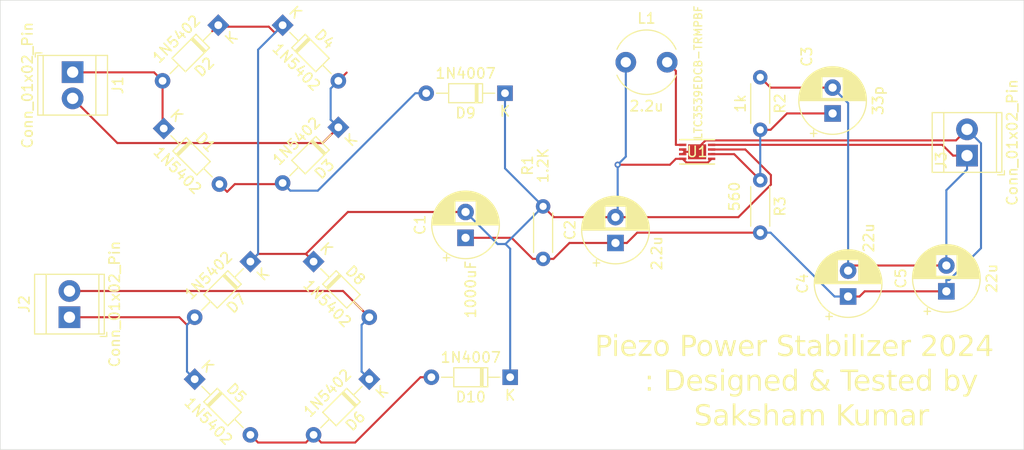
<source format=kicad_pcb>
(kicad_pcb (version 20240108) (generator "pcbnew") (generator_version "8.0")
  (layers (0 "F.Cu" signal) (31 "B.Cu" signal) (34 "B.Paste" user) (35 "F.Paste" user) (36 "B.SilkS" user "B.Silkscreen") (37 "F.SilkS" user "F.Silkscreen") (38 "B.Mask" user) (39 "F.Mask" user) (44 "Edge.Cuts" user))
  (net 0 "")
  (net 1 "GND")
  (net 2 "Net-(D10-K)")
  (net 3 "Net-(U1-FB)")
  (net 4 "Net-(J3-Pin_1)")
  (net 5 "Net-(D1-A)")
  (net 6 "Net-(D1-K)")
  (net 7 "Net-(D3-K)")
  (net 8 "Net-(D5-K)")
  (net 9 "Net-(D10-A)")
  (net 10 "Net-(D6-K)")
  (net 11 "Net-(U1-SW)")
  (footprint "TerminalBlock_TE-Connectivity:TerminalBlock_TE_282834-2_1x02_P2.54mm_Horizontal" (layer "F.Cu") (at 201.5 71.54 90)
    (property "Reference" "J3" (at -0.46 -2.5 90) (layer "F.SilkS"))
    (property "Value" "Conn_01x02_Pin" (at 1.27 4.37 90) (layer "F.SilkS"))
    (pad "1" thru_hole rect (at 0 0 90) (size 2.1 2.1) (drill 1.1) (layers "*.Cu" "*.Mask") (net 4 "Net-(J3-Pin_1)"))
    (pad "2" thru_hole circle (at 2.54 0 90) (size 2.1 2.1) (drill 1.1) (layers "*.Cu" "*.Mask") (net 1 "GND"))
  )
  (footprint "Diode_THT:D_DO-34_SOD68_P7.62mm_Horizontal" (layer "F.Cu") (at 132.1905 81.8024 -135)
    (property "Reference" "D7" (at 3.81 -1.92 45) (layer "F.SilkS"))
    (property "Value" "1N5402" (at 3.81 1.92 45) (layer "F.SilkS"))
    (fp_text user "K" (at 0 -1.75 45) (layer "F.SilkS"))
    (pad "1" thru_hole rect (at 0 0 225) (size 1.5 1.5) (drill 0.75) (layers "*.Cu" "*.Mask") (net 2 "Net-(D10-K)"))
    (pad "2" thru_hole oval (at 7.62 0 225) (size 1.5 1.5) (drill 0.75) (layers "*.Cu" "*.Mask") (net 8 "Net-(D5-K)"))
  )
  (footprint "Resistor_THT:R_Axial_DIN0204_L3.6mm_D1.6mm_P5.08mm_Horizontal" (layer "F.Cu") (at 181.5 63.96 -90)
    (property "Reference" "R2" (at 2.54 -1.92 90) (layer "F.SilkS"))
    (property "Value" "1k" (at 2.54 1.92 90) (layer "F.SilkS"))
    (pad "1" thru_hole circle (at 0 0 270) (size 1.4 1.4) (drill 0.7) (layers "*.Cu" "*.Mask") (net 4 "Net-(J3-Pin_1)"))
    (pad "2" thru_hole oval (at 5.08 0 270) (size 1.4 1.4) (drill 0.7) (layers "*.Cu" "*.Mask") (net 3 "Net-(U1-FB)"))
  )
  (footprint "Diode_THT:D_DO-34_SOD68_P7.62mm_Horizontal" (layer "F.Cu") (at 126.8024 93.1905 -45)
    (property "Reference" "D5" (at 3.81 -1.92 135) (layer "F.SilkS"))
    (property "Value" "1N5402" (at 3.81 1.92 135) (layer "F.SilkS"))
    (fp_text user "K" (at 0 -1.75 135) (layer "F.SilkS"))
    (pad "1" thru_hole rect (at 0 0 315) (size 1.5 1.5) (drill 0.75) (layers "*.Cu" "*.Mask") (net 8 "Net-(D5-K)"))
    (pad "2" thru_hole oval (at 7.62 0 315) (size 1.5 1.5) (drill 0.75) (layers "*.Cu" "*.Mask") (net 9 "Net-(D10-A)"))
  )
  (footprint "Inductor_THT:L_Radial_D6.0mm_P4.00mm" (layer "F.Cu") (at 168.5 62.5)
    (property "Reference" "L1" (at 2 -4.25 0) (layer "F.SilkS"))
    (property "Value" "2.2u" (at 2 4.25 0) (layer "F.SilkS"))
    (pad "1" thru_hole circle (at 0 0) (size 2 2) (drill 1) (layers "*.Cu" "*.Mask") (net 2 "Net-(D10-K)"))
    (pad "2" thru_hole circle (at 4 0) (size 2 2) (drill 1) (layers "*.Cu" "*.Mask") (net 11 "Net-(U1-SW)"))
  )
  (footprint "Capacitor_THT:CP_Radial_D6.3mm_P2.50mm" (layer "F.Cu") (at 190 85.1824 90)
    (property "Reference" "C4" (at 1.25 -4.4 90) (layer "F.SilkS"))
    (property "Value" "22u" (at 5.6824 2 90) (layer "F.SilkS"))
    (pad "1" thru_hole rect (at 0 0 90) (size 1.6 1.6) (drill 0.8) (layers "*.Cu" "*.Mask") (net 1 "GND"))
    (pad "2" thru_hole circle (at 2.5 0 90) (size 1.6 1.6) (drill 0.8) (layers "*.Cu" "*.Mask") (net 4 "Net-(J3-Pin_1)"))
  )
  (footprint "Capacitor_THT:CP_Radial_D6.3mm_P2.50mm" (layer "F.Cu") (at 188.5 67.46 90)
    (property "Reference" "C3" (at 5.5 -2.5 90) (layer "F.SilkS"))
    (property "Value" "33p" (at 1.25 4.4 90) (layer "F.SilkS"))
    (pad "1" thru_hole rect (at 0 0 90) (size 1.6 1.6) (drill 0.8) (layers "*.Cu" "*.Mask") (net 3 "Net-(U1-FB)"))
    (pad "2" thru_hole circle (at 2.5 0 90) (size 1.6 1.6) (drill 0.8) (layers "*.Cu" "*.Mask") (net 4 "Net-(J3-Pin_1)"))
  )
  (footprint "Capacitor_THT:CP_Radial_D6.3mm_P2.50mm" (layer "F.Cu") (at 167.5 80 90)
    (property "Reference" "C2" (at 1.25 -4.4 90) (layer "F.SilkS"))
    (property "Value" "2.2u" (at -1 4 90) (layer "F.SilkS"))
    (pad "1" thru_hole rect (at 0 0 90) (size 1.6 1.6) (drill 0.8) (layers "*.Cu" "*.Mask") (net 1 "GND"))
    (pad "2" thru_hole circle (at 2.5 0 90) (size 1.6 1.6) (drill 0.8) (layers "*.Cu" "*.Mask") (net 2 "Net-(D10-K)"))
  )
  (footprint "Capacitor_THT:CP_Radial_D6.3mm_P2.50mm" (layer "F.Cu") (at 199.5 84.6824 90)
    (property "Reference" "C5" (at 1.25 -4.4 90) (layer "F.SilkS"))
    (property "Value" "22u" (at 1.25 4.4 90) (layer "F.SilkS"))
    (pad "1" thru_hole rect (at 0 0 90) (size 1.6 1.6) (drill 0.8) (layers "*.Cu" "*.Mask") (net 1 "GND"))
    (pad "2" thru_hole circle (at 2.5 0 90) (size 1.6 1.6) (drill 0.8) (layers "*.Cu" "*.Mask") (net 4 "Net-(J3-Pin_1)"))
  )
  (footprint "Diode_THT:D_DO-34_SOD68_P7.62mm_Horizontal" (layer "F.Cu") (at 140.6976 68.8024 -135)
    (property "Reference" "D3" (at 3.81 -1.92 45) (layer "F.SilkS"))
    (property "Value" "1N5402" (at 3.81 1.92 45) (layer "F.SilkS"))
    (fp_text user "K" (at 0 -1.75 45) (layer "F.SilkS"))
    (pad "1" thru_hole rect (at 0 0 225) (size 1.5 1.5) (drill 0.75) (layers "*.Cu" "*.Mask") (net 7 "Net-(D3-K)"))
    (pad "2" thru_hole oval (at 7.62 0 225) (size 1.5 1.5) (drill 0.75) (layers "*.Cu" "*.Mask") (net 5 "Net-(D1-A)"))
  )
  (footprint "Diode_THT:D_DO-34_SOD68_P7.62mm_Horizontal" (layer "F.Cu") (at 138.3024 81.8024 -45)
    (property "Reference" "D8" (at 3.81 -1.92 135) (layer "F.SilkS"))
    (property "Value" "1N5402" (at 3.81 1.92 135) (layer "F.SilkS"))
    (fp_text user "K" (at 0 -1.75 135) (layer "F.SilkS"))
    (pad "1" thru_hole rect (at 0 0 315) (size 1.5 1.5) (drill 0.75) (layers "*.Cu" "*.Mask") (net 2 "Net-(D10-K)"))
    (pad "2" thru_hole oval (at 7.62 0 315) (size 1.5 1.5) (drill 0.75) (layers "*.Cu" "*.Mask") (net 10 "Net-(D6-K)"))
  )
  (footprint "Diode_THT:D_DO-34_SOD68_P7.62mm_Horizontal" (layer "F.Cu") (at 123.8095 68.9142 -45)
    (property "Reference" "D1" (at 3.81 -1.92 135) (layer "F.SilkS"))
    (property "Value" "1N5402" (at 3.81 1.92 135) (layer "F.SilkS"))
    (fp_text user "K" (at 0 -1.75 135) (layer "F.SilkS"))
    (pad "1" thru_hole rect (at 0 0 315) (size 1.5 1.5) (drill 0.75) (layers "*.Cu" "*.Mask") (net 6 "Net-(D1-K)"))
    (pad "2" thru_hole oval (at 7.62 0 315) (size 1.5 1.5) (drill 0.75) (layers "*.Cu" "*.Mask") (net 5 "Net-(D1-A)"))
  )
  (footprint "Capacitor_THT:CP_Radial_D6.3mm_P2.50mm" (layer "F.Cu") (at 153 79.5 90)
    (property "Reference" "C1" (at 1.25 -4.4 90) (layer "F.SilkS"))
    (property "Value" "1000uF" (at -5 0.5 90) (layer "F.SilkS"))
    (pad "1" thru_hole rect (at 0 0 90) (size 1.6 1.6) (drill 0.8) (layers "*.Cu" "*.Mask") (net 1 "GND"))
    (pad "2" thru_hole circle (at 2.5 0 90) (size 1.6 1.6) (drill 0.8) (layers "*.Cu" "*.Mask") (net 2 "Net-(D10-K)"))
  )
  (footprint "Diode_THT:D_DO-34_SOD68_P7.62mm_Horizontal" (layer "F.Cu") (at 157.315 93 180)
    (property "Reference" "D10" (at 3.81 -1.92 0) (layer "F.SilkS"))
    (property "Value" "1N4007" (at 3.81 1.92 0) (layer "F.SilkS"))
    (fp_text user "K" (at 0 -1.75 0) (layer "F.SilkS"))
    (pad "1" thru_hole rect (at 0 0 180) (size 1.5 1.5) (drill 0.75) (layers "*.Cu" "*.Mask") (net 2 "Net-(D10-K)"))
    (pad "2" thru_hole oval (at 7.62 0 180) (size 1.5 1.5) (drill 0.75) (layers "*.Cu" "*.Mask") (net 9 "Net-(D10-A)"))
  )
  (footprint "Diode_THT:D_DO-34_SOD68_P7.62mm_Horizontal" (layer "F.Cu") (at 135.3095 58.9142 -45)
    (property "Reference" "D4" (at 3.81 -1.92 135) (layer "F.SilkS"))
    (property "Value" "1N5402" (at 3.81 1.92 135) (layer "F.SilkS"))
    (fp_text user "K" (at 0 -1.75 135) (layer "F.SilkS"))
    (pad "1" thru_hole rect (at 0 0 315) (size 1.5 1.5) (drill 0.75) (layers "*.Cu" "*.Mask") (net 2 "Net-(D10-K)"))
    (pad "2" thru_hole oval (at 7.62 0 315) (size 1.5 1.5) (drill 0.75) (layers "*.Cu" "*.Mask") (net 7 "Net-(D3-K)"))
  )
  (footprint "Resistor_THT:R_Axial_DIN0204_L3.6mm_D1.6mm_P5.08mm_Horizontal" (layer "F.Cu") (at 181.5 73.92 -90)
    (property "Reference" "R3" (at 2.54 -1.92 90) (layer "F.SilkS"))
    (property "Value" "560" (at 1.58 2.5 90) (layer "F.SilkS"))
    (pad "1" thru_hole circle (at 0 0 270) (size 1.4 1.4) (drill 0.7) (layers "*.Cu" "*.Mask") (net 3 "Net-(U1-FB)"))
    (pad "2" thru_hole oval (at 5.08 0 270) (size 1.4 1.4) (drill 0.7) (layers "*.Cu" "*.Mask") (net 1 "GND"))
  )
  (footprint "Diode_THT:D_DO-34_SOD68_P7.62mm_Horizontal" (layer "F.Cu") (at 129.0858 58.9142 -135)
    (property "Reference" "D2" (at 3.81 -1.919999 45) (layer "F.SilkS"))
    (property "Value" "1N5402" (at 3.809999 1.919999 45) (layer "F.SilkS"))
    (fp_text user "K" (at -0.024158 -1.771027 45) (layer "F.SilkS"))
    (pad "1" thru_hole rect (at 0 0 225) (size 1.5 1.5) (drill 0.75) (layers "*.Cu" "*.Mask") (net 2 "Net-(D10-K)"))
    (pad "2" thru_hole oval (at 7.619999 0 225) (size 1.5 1.5) (drill 0.75) (layers "*.Cu" "*.Mask") (net 6 "Net-(D1-K)"))
  )
  (footprint "TerminalBlock_TE-Connectivity:TerminalBlock_TE_282834-2_1x02_P2.54mm_Horizontal" (layer "F.Cu") (at 114.6905 87.1905 90)
    (property "Reference" "J2" (at 1.27 -4.37 90) (layer "F.SilkS"))
    (property "Value" "Conn_01x02_Pin" (at 1.27 4.37 90) (layer "F.SilkS"))
    (pad "1" thru_hole rect (at 0 0 90) (size 2.1 2.1) (drill 1.1) (layers "*.Cu" "*.Mask") (net 8 "Net-(D5-K)"))
    (pad "2" thru_hole circle (at 2.54 0 90) (size 2.1 2.1) (drill 1.1) (layers "*.Cu" "*.Mask") (net 10 "Net-(D6-K)"))
  )
  (footprint "Diode_THT:D_DO-34_SOD68_P7.62mm_Horizontal" (layer "F.Cu") (at 156.815 65.5 180)
    (property "Reference" "D9" (at 3.81 -1.92 0) (layer "F.SilkS"))
    (property "Value" "1N4007" (at 3.81 1.92 0) (layer "F.SilkS"))
    (fp_text user "K" (at 0 -1.75 0) (layer "F.SilkS"))
    (pad "1" thru_hole rect (at 0 0 180) (size 1.5 1.5) (drill 0.75) (layers "*.Cu" "*.Mask") (net 2 "Net-(D10-K)"))
    (pad "2" thru_hole oval (at 7.62 0 180) (size 1.5 1.5) (drill 0.75) (layers "*.Cu" "*.Mask") (net 5 "Net-(D1-A)"))
  )
  (footprint "TerminalBlock_TE-Connectivity:TerminalBlock_TE_282834-2_1x02_P2.54mm_Horizontal" (layer "F.Cu") (at 115 63.46 -90)
    (property "Reference" "J1" (at 1.27 -4.37 90) (layer "F.SilkS"))
    (property "Value" "Conn_01x02_Pin" (at 1.27 4.37 90) (layer "F.SilkS"))
    (pad "1" thru_hole rect (at 0 0 270) (size 2.1 2.1) (drill 1.1) (layers "*.Cu" "*.Mask") (net 6 "Net-(D1-K)"))
    (pad "2" thru_hole circle (at 2.54 0 270) (size 2.1 2.1) (drill 1.1) (layers "*.Cu" "*.Mask") (net 7 "Net-(D3-K)"))
  )
  (footprint "Diode_THT:D_DO-34_SOD68_P7.62mm_Horizontal" (layer "F.Cu") (at 143.6905 93.1905 -135)
    (property "Reference" "D6" (at 3.81 -1.92 45) (layer "F.SilkS"))
    (property "Value" "1N5402" (at 3.81 1.92 45) (layer "F.SilkS"))
    (fp_text user "K" (at 0 -1.75 45) (layer "F.SilkS"))
    (pad "1" thru_hole rect (at 0 0 225) (size 1.5 1.5) (drill 0.75) (layers "*.Cu" "*.Mask") (net 10 "Net-(D6-K)"))
    (pad "2" thru_hole oval (at 7.62 0 225) (size 1.5 1.5) (drill 0.75) (layers "*.Cu" "*.Mask") (net 9 "Net-(D10-A)"))
  )
  (footprint "footprints:DFN-8_DCB_LIT-L" (layer "F.Cu") (at 175.397 71.175)
    (property "Reference" "U1" (at 0 0 0) (layer "F.SilkS"))
    (property "Value" "LTC3539EDCB-TRMPBF" (at 0.103 -7.675 90) (layer "F.SilkS") (effects (font (size 0.75 0.75) (thickness 0.125))))
    (pad "1" smd rect (at -1.397 -0.675) (size 0.7112 0.2286) (layers "F.Cu" "F.Paste" "F.Mask") (net 11 "Net-(U1-SW)"))
    (pad "2" smd rect (at -1.397 -0.225001) (size 0.7112 0.2286) (layers "F.Cu" "F.Paste" "F.Mask") (net 1 "GND"))
    (pad "3" smd rect (at -1.397 0.225001) (size 0.7112 0.2286) (layers "F.Cu" "F.Paste" "F.Mask") (net 1 "GND"))
    (pad "4" smd rect (at -1.397 0.675) (size 0.7112 0.2286) (layers "F.Cu" "F.Paste" "F.Mask") (net 2 "Net-(D10-K)"))
    (pad "5" smd rect (at 1.397 0.675) (size 0.7112 0.2286) (layers "F.Cu" "F.Paste" "F.Mask") (net 2 "Net-(D10-K)"))
    (pad "6" smd rect (at 1.397 0.225001) (size 0.7112 0.2286) (layers "F.Cu" "F.Paste" "F.Mask") (net 3 "Net-(U1-FB)"))
    (pad "7" smd rect (at 1.397 -0.225001) (size 0.7112 0.2286) (layers "F.Cu" "F.Paste" "F.Mask") (net 2 "Net-(D10-K)"))
    (pad "8" smd rect (at 1.397 -0.675) (size 0.7112 0.2286) (layers "F.Cu" "F.Paste" "F.Mask") (net 4 "Net-(J3-Pin_1)"))
    (pad "9" smd rect (at 0 0) (size 1.7526 1.4478) (layers "F.Cu" "F.Paste" "F.Mask") (net 1 "GND"))
  )
  (footprint "Resistor_THT:R_Axial_DIN0204_L3.6mm_D1.6mm_P5.08mm_Horizontal" (layer "F.Cu") (at 160.5 76.46 -90)
    (property "Reference" "R1" (at -3.96 1.5 90) (layer "F.SilkS"))
    (property "Value" "1.2K" (at -3.96 0 90) (layer "F.SilkS"))
    (pad "1" thru_hole circle (at 0 0 270) (size 1.4 1.4) (drill 0.7) (layers "*.Cu" "*.Mask") (net 2 "Net-(D10-K)"))
    (pad "2" thru_hole oval (at 5.08 0 270) (size 1.4 1.4) (drill 0.7) (layers "*.Cu" "*.Mask") (net 1 "GND"))
  )
  (gr_rect (start 108 56.5) (end 207 100) (stroke (width 0.05)) (fill none) (layer "Edge.Cuts"))
  (gr_text "Piezo Power Stabilizer 2024\n	: Designed & Tested by\n		Saksham Kumar" (at 165.5 98 0) (layer "F.SilkS") (effects (font (size 2 2)) (justify left bottom)))
  (segment (start 168.6017 80) (end 169.6017 79) (width 0.2) (layer "F.Cu") (net 1))
  (segment (start 169.6017 79) (end 181.5 79) (width 0.2) (layer "F.Cu") (net 1))
  (segment (start 157.4583 79.5) (end 159.4983 81.54) (width 0.2) (layer "F.Cu") (net 1))
  (segment (start 167.5 80) (end 163.0417 80) (width 0.2) (layer "F.Cu") (net 1))
  (segment (start 160.5 81.54) (end 159.4983 81.54) (width 0.2) (layer "F.Cu") (net 1))
  (segment (start 175.1025 71.175) (end 174.808 71.175) (width 0.2) (layer "F.Cu") (net 1))
  (segment (start 200.43 70.07) (end 201.5 69) (width 0.2) (layer "F.Cu") (net 1))
  (segment (start 176.2075 70.07) (end 200.43 70.07) (width 0.2) (layer "F.Cu") (net 1))
  (segment (start 160.5 81.54) (end 161.5017 81.54) (width 0.2) (layer "F.Cu") (net 1))
  (segment (start 153 79.5) (end 157.4583 79.5) (width 0.2) (layer "F.Cu") (net 1))
  (segment (start 167.5 80) (end 168.6017 80) (width 0.2) (layer "F.Cu") (net 1))
  (segment (start 174.808 71.175) (end 174.225 71.175) (width 0.2) (layer "F.Cu") (net 1))
  (segment (start 163.0417 80) (end 161.5017 81.54) (width 0.2) (layer "F.Cu") (net 1))
  (segment (start 175.397 71.175) (end 175.1025 71.175) (width 0.2) (layer "F.Cu") (net 1))
  (segment (start 174.225 71.175) (end 174 70.95) (width 0.2) (layer "F.Cu") (net 1))
  (segment (start 199.5 84.6824) (end 191.6017 84.6824) (width 0.2) (layer "F.Cu") (net 1))
  (segment (start 174.219 71.181) (end 174 71.4) (width 0.2) (layer "F.Cu") (net 1))
  (segment (start 190 85.1824) (end 191.1017 85.1824) (width 0.2) (layer "F.Cu") (net 1))
  (segment (start 174.225 71.175) (end 174.219 71.175) (width 0.2) (layer "F.Cu") (net 1))
  (segment (start 175.1025 71.175) (end 176.2075 70.07) (width 0.2) (layer "F.Cu") (net 1))
  (segment (start 191.6017 84.6824) (end 191.1017 85.1824) (width 0.2) (layer "F.Cu") (net 1))
  (segment (start 174.219 71.175) (end 174.219 71.181) (width 0.2) (layer "F.Cu") (net 1))
  (segment (start 181.5 79) (end 182.5017 79) (width 0.2) (layer "B.Cu") (net 1))
  (segment (start 182.5017 79) (end 188.6841 85.1824) (width 0.2) (layer "B.Cu") (net 1))
  (segment (start 202.8517 80.5044) (end 202.8517 70.3517) (width 0.2) (layer "B.Cu") (net 1))
  (segment (start 188.6841 85.1824) (end 190 85.1824) (width 0.2) (layer "B.Cu") (net 1))
  (segment (start 199.5 84.6824) (end 199.5 83.5807) (width 0.2) (layer "B.Cu") (net 1))
  (segment (start 202.8517 70.3517) (end 201.5 69) (width 0.2) (layer "B.Cu") (net 1))
  (segment (start 199.5 83.5807) (end 199.7754 83.5807) (width 0.2) (layer "B.Cu") (net 1))
  (segment (start 199.7754 83.5807) (end 202.8517 80.5044) (width 0.2) (layer "B.Cu") (net 1))
  (segment (start 137.5587 81.0587) (end 132.9342 81.0587) (width 0.2) (layer "F.Cu") (net 2))
  (segment (start 176.4338 72.2102) (end 176.794 71.85) (width 0.2) (layer "F.Cu") (net 2))
  (segment (start 161.54 77.5) (end 160.5 76.46) (width 0.2) (layer "F.Cu") (net 2))
  (segment (start 180.0598 70.95) (end 176.794 70.95) (width 0.2) (layer "F.Cu") (net 2))
  (segment (start 174.3602 72.2102) (end 176.4338 72.2102) (width 0.2) (layer "F.Cu") (net 2))
  (segment (start 129.086 58.9142) (end 128.793 59.2071) (width 0.2) (layer "F.Cu") (net 2))
  (segment (start 129.0858 59.0606) (end 133.9685 59.0606) (width 0.2) (layer "F.Cu") (net 2))
  (segment (start 179.3866 77.5) (end 182.53 74.3566) (width 0.2) (layer "F.Cu") (net 2))
  (segment (start 182.53 73.4202) (end 180.0598 70.95) (width 0.2) (layer "F.Cu") (net 2))
  (segment (start 141.6174 77) (end 153 77) (width 0.2) (layer "F.Cu") (net 2))
  (segment (start 138.3024 81.8024) (end 137.5587 81.0587) (width 0.2) (layer "F.Cu") (net 2))
  (segment (start 137.5587 81.0587) (end 141.6174 77) (width 0.2) (layer "F.Cu") (net 2))
  (segment (start 167.7129 72.4227) (end 172.77 72.4227) (width 0.2) (layer "F.Cu") (net 2))
  (segment (start 174 71.85) (end 174.3602 72.2102) (width 0.2) (layer "F.Cu") (net 2))
  (segment (start 172.77 72.4227) (end 173.3427 71.85) (width 0.2) (layer "F.Cu") (net 2))
  (segment (start 182.53 74.3566) (end 182.53 73.4202) (width 0.2) (layer "F.Cu") (net 2))
  (segment (start 128.9395 59.0606) (end 129.0858 59.0606) (width 0.2) (layer "F.Cu") (net 2))
  (segment (start 173.3427 71.85) (end 174 71.85) (width 0.2) (layer "F.Cu") (net 2))
  (segment (start 128.793 59.2071) (end 128.5 59.5) (width 0.2) (layer "F.Cu") (net 2))
  (segment (start 132.1905 81.8024) (end 132.9342 81.0587) (width 0.2) (layer "F.Cu") (net 2))
  (segment (start 167.5 77.5) (end 179.3866 77.5) (width 0.2) (layer "F.Cu") (net 2))
  (segment (start 133.9685 59.0606) (end 134.5658 59.6579) (width 0.2) (layer "F.Cu") (net 2))
  (segment (start 129.0858 59.0606) (end 129.0858 58.9142) (width 0.2) (layer "F.Cu") (net 2))
  (segment (start 167.5 77.5) (end 161.54 77.5) (width 0.2) (layer "F.Cu") (net 2))
  (segment (start 128.793 59.2071) (end 128.9395 59.0606) (width 0.2) (layer "F.Cu") (net 2))
  (segment (start 135.3095 58.9142) (end 134.5658 59.6579) (width 0.2) (layer "F.Cu") (net 2))
  (via (at 167.7129 72.4227) (size 0.6) (drill 0.3) (layers "F.Cu" "B.Cu") (net 2))
  (segment (start 156.815 65.5) (end 156.815 72.775) (width 0.2) (layer "B.Cu") (net 2))
  (segment (start 168.5 71.6356) (end 168.5 62.5) (width 0.2) (layer "B.Cu") (net 2))
  (segment (start 156.8575 80.1025) (end 160.5 76.46) (width 0.2) (layer "B.Cu") (net 2))
  (segment (start 167.7129 77.2871) (end 167.5 77.5) (width 0.2) (layer "B.Cu") (net 2))
  (segment (start 156.815 72.775) (end 160.5 76.46) (width 0.2) (layer "B.Cu") (net 2))
  (segment (start 156.8575 80.1025) (end 156.1025 80.1025) (width 0.2) (layer "B.Cu") (net 2))
  (segment (start 132.9342 61.2895) (end 132.9342 81.0587) (width 0.2) (layer "B.Cu") (net 2))
  (segment (start 167.7129 72.4227) (end 167.7129 77.2871) (width 0.2) (layer "B.Cu") (net 2))
  (segment (start 157.315 93) (end 157.315 80.56) (width 0.2) (layer "B.Cu") (net 2))
  (segment (start 132.1905 81.8024) (end 132.9342 81.0587) (width 0.2) (layer "B.Cu") (net 2))
  (segment (start 135.3095 58.9142) (end 132.9342 61.2895) (width 0.2) (layer "B.Cu") (net 2))
  (segment (start 157.315 80.56) (end 156.8575 80.1025) (width 0.2) (layer "B.Cu") (net 2))
  (segment (start 167.7129 72.4227) (end 168.5 71.6356) (width 0.2) (layer "B.Cu") (net 2))
  (segment (start 156.1025 80.1025) (end 153 77) (width 0.2) (layer "B.Cu") (net 2))
  (segment (start 176.794 71.4) (end 178.98 71.4) (width 0.2) (layer "F.Cu") (net 3))
  (segment (start 184.0817 67.46) (end 182.5017 69.04) (width 0.2) (layer "F.Cu") (net 3))
  (segment (start 181.5 69.04) (end 182.5017 69.04) (width 0.2) (layer "F.Cu") (net 3))
  (segment (start 178.98 71.4) (end 181.5 73.92) (width 0.2) (layer "F.Cu") (net 3))
  (segment (start 188.5 67.46) (end 184.0817 67.46) (width 0.2) (layer "F.Cu") (net 3))
  (segment (start 181.5 73.92) (end 181.5 69.04) (width 0.2) (layer "B.Cu") (net 3))
  (segment (start 199.5 82.1824) (end 190.5 82.1824) (width 0.2) (layer "F.Cu") (net 4))
  (segment (start 188.5 64.96) (end 182.5 64.96) (width 0.2) (layer "F.Cu") (net 4))
  (segment (start 182.5 64.96) (end 181.5 63.96) (width 0.2) (layer "F.Cu") (net 4))
  (segment (start 201.5 71.54) (end 200.1483 71.54) (width 0.2) (layer "F.Cu") (net 4))
  (segment (start 200.1483 71.54) (end 199.1083 70.5) (width 0.2) (layer "F.Cu") (net 4))
  (segment (start 199.1083 70.5) (end 176.794 70.5) (width 0.2) (layer "F.Cu") (net 4))
  (segment (start 190.5 82.1824) (end 190 82.6824) (width 0.2) (layer "F.Cu") (net 4))
  (segment (start 190 66.46) (end 190 82.6824) (width 0.2) (layer "B.Cu") (net 4))
  (segment (start 201.5 71.54) (end 201.5 72.8917) (width 0.2) (layer "B.Cu") (net 4))
  (segment (start 199.5 74.8917) (end 199.5 82.1824) (width 0.2) (layer "B.Cu") (net 4))
  (segment (start 188.5 64.96) (end 190 66.46) (width 0.2) (layer "B.Cu") (net 4))
  (segment (start 201.5 72.8917) (end 199.5 74.8917) (width 0.2) (layer "B.Cu") (net 4))
  (segment (start 129.1977 74.3024) (end 129.9414 75.046) (width 0.2) (layer "F.Cu") (net 5))
  (segment (start 135.3094 74.1906) (end 135.3091 74.1906) (width 0.2) (layer "F.Cu") (net 5))
  (segment (start 130.685 74.3024) (end 135.198 74.3024) (width 0.2) (layer "F.Cu") (net 5))
  (segment (start 129.9414 75.046) (end 130.685 74.3024) (width 0.2) (layer "F.Cu") (net 5))
  (segment (start 135.198 74.3024) (end 135.309 74.1905) (width 0.2) (layer "F.Cu") (net 5))
  (segment (start 135.3091 74.1906) (end 135.309 74.1905) (width 0.2) (layer "F.Cu") (net 5))
  (segment (start 148.1433 65.5) (end 138.709 74.9343) (width 0.2) (layer "B.Cu") (net 5))
  (segment (start 135.3094 74.1906) (end 136.0531 74.9343) (width 0.2) (layer "B.Cu") (net 5))
  (segment (start 149.195 65.5) (end 148.1433 65.5) (width 0.2) (layer "B.Cu") (net 5))
  (segment (start 138.709 74.9343) (end 136.0531 74.9343) (width 0.2) (layer "B.Cu") (net 5))
  (segment (start 122.875 63.48) (end 122.895 63.5) (width 0.2) (layer "F.Cu") (net 6))
  (segment (start 123.6976 64.5758) (end 123.6976 64.3024) (width 0.2) (layer "F.Cu") (net 6))
  (segment (start 115 63.48) (end 115 63.5) (width 0.2) (layer "F.Cu") (net 6))
  (segment (start 123.698 64.3024) (end 123.698 64.5762) (width 0.2) (layer "F.Cu") (net 6))
  (segment (start 123.698 68.8024) (end 123.7535 68.8583) (width 0.2) (layer "F.Cu") (net 6))
  (segment (start 123.7536 68.8583) (end 123.8095 68.9142) (width 0.2) (layer "F.Cu") (net 6))
  (segment (start 123.698 64.5762) (end 123.698 68.8024) (width 0.2) (layer "F.Cu") (net 6))
  (segment (start 122.895 63.5) (end 123.698 64.3024) (width 0.2) (layer "F.Cu") (net 6))
  (segment (start 123.7535 68.8583) (end 123.7536 68.8583) (width 0.2) (layer "F.Cu") (net 6))
  (segment (start 123.7535 68.8583) (end 123.809 68.9142) (width 0.2) (layer "F.Cu") (net 6))
  (segment (start 123.698 64.5762) (end 123.6976 64.5758) (width 0.2) (layer "F.Cu") (net 6))
  (segment (start 115 63.48) (end 122.875 63.48) (width 0.2) (layer "F.Cu") (net 6))
  (segment (start 115 63.46) (end 115 63.48) (width 0.2) (layer "F.Cu") (net 6))
  (segment (start 119.3245 70.3245) (end 139.1755 70.3245) (width 0.2) (layer "F.Cu") (net 7))
  (segment (start 141.5 63.5) (end 141.099 63.9012) (width 0.2) (layer "F.Cu") (net 7))
  (segment (start 141.099 63.9012) (end 141.0989 63.9012) (width 0.2) (layer "F.Cu") (net 7))
  (segment (start 139.1755 70.3245) (end 140.6976 68.8024) (width 0.2) (layer "F.Cu") (net 7))
  (segment (start 115 66) (end 119.3245 70.3245) (width 0.2) (layer "F.Cu") (net 7))
  (segment (start 141.099 63.9012) (end 140.698 64.3024) (width 0.2) (layer "F.Cu") (net 7))
  (segment (start 141.0989 63.9012) (end 140.6977 64.3024) (width 0.2) (layer "F.Cu") (net 7))
  (segment (start 140.6976 68.8024) (end 139.9539 68.0587) (width 0.2) (layer "B.Cu") (net 7))
  (segment (start 139.954 65.0461) (end 139.954 68.0586) (width 0.2) (layer "B.Cu") (net 7))
  (segment (start 140.6977 64.3024) (end 139.954 65.0461) (width 0.2) (layer "B.Cu") (net 7))
  (segment (start 139.954 68.0586) (end 139.9539 68.0587) (width 0.2) (layer "B.Cu") (net 7))
  (segment (start 126.8023 87.1906) (end 126.0587 87.9342) (width 0.2) (layer "F.Cu") (net 8))
  (segment (start 125.315 87.1906) (end 115.1911 87.1906) (width 0.2) (layer "F.Cu") (net 8))
  (segment (start 126.0587 87.9342) (end 125.315 87.1906) (width 0.2) (layer "F.Cu") (net 8))
  (segment (start 114.691 87.1905) (end 114.6905 87.1905) (width 0.2) (layer "F.Cu") (net 8))
  (segment (start 115.1911 87.1906) (end 115.191 87.1905) (width 0.2) (layer "F.Cu") (net 8))
  (segment (start 114.691 87.1905) (end 115.191 87.1905) (width 0.2) (layer "F.Cu") (net 8))
  (segment (start 126.8024 93.1905) (end 126.0587 92.4468) (width 0.2) (layer "B.Cu") (net 8))
  (segment (start 126.0587 92.4468) (end 126.0587 87.9343) (width 0.2) (layer "B.Cu") (net 8))
  (segment (start 126.0587 87.9343) (end 126.0587 87.9342) (width 0.2) (layer "B.Cu") (net 8))
  (segment (start 126.8023 87.1906) (end 126.0587 87.9342) (width 0.2) (layer "B.Cu") (net 8))
  (segment (start 148.6433 93) (end 142.3209 99.3224) (width 0.2) (layer "F.Cu") (net 9))
  (segment (start 132.1906 98.5787) (end 132.9343 99.3223) (width 0.2) (layer "F.Cu") (net 9))
  (segment (start 132.9343 99.3223) (end 137.5586 99.3223) (width 0.2) (layer "F.Cu") (net 9))
  (segment (start 149.695 93) (end 148.6433 93) (width 0.2) (layer "F.Cu") (net 9))
  (segment (start 137.5586 99.3223) (end 137.5587 99.3223) (width 0.2) (layer "F.Cu") (net 9))
  (segment (start 138.3023 98.5787) (end 137.5587 99.3223) (width 0.2) (layer "F.Cu") (net 9))
  (segment (start 142.3209 99.3224) (end 139.046 99.3224) (width 0.2) (layer "F.Cu") (net 9))
  (segment (start 138.3023 98.5787) (end 139.046 99.3224) (width 0.2) (layer "F.Cu") (net 9))
  (segment (start 143.6906 87.1906) (end 141.1505 84.6505) (width 0.2) (layer "F.Cu") (net 10))
  (segment (start 141.1505 84.6505) (end 114.6905 84.6505) (width 0.2) (layer "F.Cu") (net 10))
  (segment (start 142.9469 92.4467) (end 142.9468 92.4468) (width 0.2) (layer "B.Cu") (net 10))
  (segment (start 143.6906 87.1906) (end 142.9469 87.9343) (width 0.2) (layer "B.Cu") (net 10))
  (segment (start 143.6905 93.1905) (end 142.9468 92.4468) (width 0.2) (layer "B.Cu") (net 10))
  (segment (start 142.9469 87.9343) (end 142.9469 92.4467) (width 0.2) (layer "B.Cu") (net 10))
  (segment (start 173.3427 63.3427) (end 172.5 62.5) (width 0.2) (layer "F.Cu") (net 11))
  (segment (start 173.3427 70.5) (end 173.3427 63.3427) (width 0.2) (layer "F.Cu") (net 11))
  (segment (start 174 70.5) (end 173.3427 70.5) (width 0.2) (layer "F.Cu") (net 11))
)
</source>
